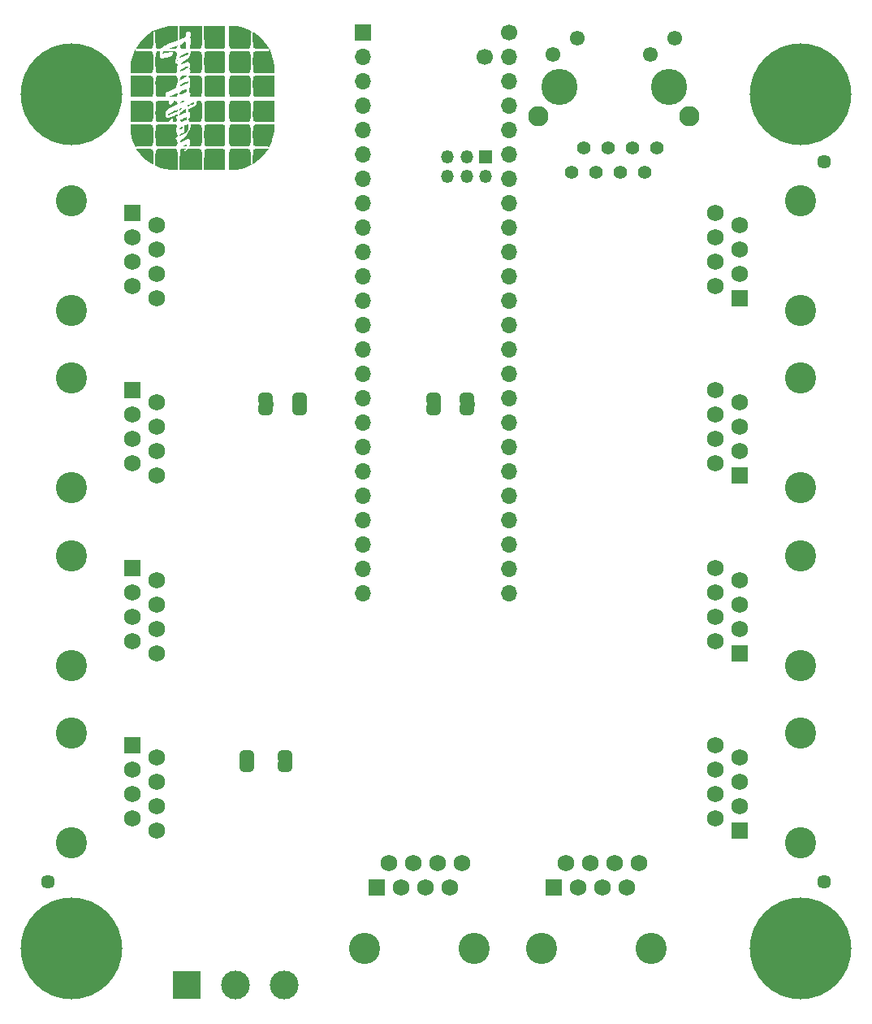
<source format=gbr>
%TF.GenerationSoftware,KiCad,Pcbnew,8.0.0*%
%TF.CreationDate,2024-03-24T17:19:01-07:00*%
%TF.ProjectId,Penta_OctoWS2811,50656e74-615f-44f6-9374-6f5753323831,rev?*%
%TF.SameCoordinates,Original*%
%TF.FileFunction,Soldermask,Bot*%
%TF.FilePolarity,Negative*%
%FSLAX46Y46*%
G04 Gerber Fmt 4.6, Leading zero omitted, Abs format (unit mm)*
G04 Created by KiCad (PCBNEW 8.0.0) date 2024-03-24 17:19:01*
%MOMM*%
%LPD*%
G01*
G04 APERTURE LIST*
G04 Aperture macros list*
%AMFreePoly0*
4,1,19,0.500000,-0.750000,0.000000,-0.750000,0.000000,-0.744911,-0.071157,-0.744911,-0.207708,-0.704816,-0.327430,-0.627875,-0.420627,-0.520320,-0.479746,-0.390866,-0.500000,-0.250000,-0.500000,0.250000,-0.479746,0.390866,-0.420627,0.520320,-0.327430,0.627875,-0.207708,0.704816,-0.071157,0.744911,0.000000,0.744911,0.000000,0.750000,0.500000,0.750000,0.500000,-0.750000,0.500000,-0.750000,
$1*%
%AMFreePoly1*
4,1,19,0.000000,0.744911,0.071157,0.744911,0.207708,0.704816,0.327430,0.627875,0.420627,0.520320,0.479746,0.390866,0.500000,0.250000,0.500000,-0.250000,0.479746,-0.390866,0.420627,-0.520320,0.327430,-0.627875,0.207708,-0.704816,0.071157,-0.744911,0.000000,-0.744911,0.000000,-0.750000,-0.500000,-0.750000,-0.500000,0.750000,0.000000,0.750000,0.000000,0.744911,0.000000,0.744911,
$1*%
G04 Aperture macros list end*
%ADD10C,0.100000*%
%ADD11C,0.000000*%
%ADD12C,3.250000*%
%ADD13R,1.750000X1.750000*%
%ADD14C,1.750000*%
%ADD15R,1.700000X1.700000*%
%ADD16O,1.700000X1.700000*%
%ADD17R,1.600000X1.600000*%
%ADD18C,1.600000*%
%ADD19R,1.300000X1.300000*%
%ADD20C,1.300000*%
%ADD21R,3.000000X3.000000*%
%ADD22C,3.000000*%
%ADD23C,10.600000*%
%ADD24C,1.700000*%
%ADD25C,3.759200*%
%ADD26C,1.397000*%
%ADD27C,1.549400*%
%ADD28C,2.108200*%
%ADD29C,1.448000*%
%ADD30R,1.350000X1.350000*%
%ADD31O,1.350000X1.350000*%
%ADD32FreePoly0,270.000000*%
%ADD33FreePoly1,270.000000*%
%ADD34FreePoly0,90.000000*%
%ADD35FreePoly1,90.000000*%
G04 APERTURE END LIST*
D10*
X147800000Y-75800000D02*
X149200000Y-75800000D01*
X149200000Y-76200000D01*
X147800000Y-76200000D01*
X147800000Y-75800000D01*
G36*
X147800000Y-75800000D02*
G01*
X149200000Y-75800000D01*
X149200000Y-76200000D01*
X147800000Y-76200000D01*
X147800000Y-75800000D01*
G37*
X128300000Y-113000000D02*
X129700000Y-113000000D01*
X129700000Y-113400000D01*
X128300000Y-113400000D01*
X128300000Y-113000000D01*
G36*
X128300000Y-113000000D02*
G01*
X129700000Y-113000000D01*
X129700000Y-113400000D01*
X128300000Y-113400000D01*
X128300000Y-113000000D01*
G37*
X151300000Y-75800000D02*
X152700000Y-75800000D01*
X152700000Y-76200000D01*
X151300000Y-76200000D01*
X151300000Y-75800000D01*
G36*
X151300000Y-75800000D02*
G01*
X152700000Y-75800000D01*
X152700000Y-76200000D01*
X151300000Y-76200000D01*
X151300000Y-75800000D01*
G37*
X133800000Y-75800000D02*
X135200000Y-75800000D01*
X135200000Y-76200000D01*
X133800000Y-76200000D01*
X133800000Y-75800000D01*
G36*
X133800000Y-75800000D02*
G01*
X135200000Y-75800000D01*
X135200000Y-76200000D01*
X133800000Y-76200000D01*
X133800000Y-75800000D01*
G37*
X130300000Y-75800000D02*
X131700000Y-75800000D01*
X131700000Y-76200000D01*
X130300000Y-76200000D01*
X130300000Y-75800000D01*
G36*
X130300000Y-75800000D02*
G01*
X131700000Y-75800000D01*
X131700000Y-76200000D01*
X130300000Y-76200000D01*
X130300000Y-75800000D01*
G37*
X132300000Y-113000000D02*
X133700000Y-113000000D01*
X133700000Y-113400000D01*
X132300000Y-113400000D01*
X132300000Y-113000000D01*
G36*
X132300000Y-113000000D02*
G01*
X133700000Y-113000000D01*
X133700000Y-113400000D01*
X132300000Y-113400000D01*
X132300000Y-113000000D01*
G37*
D11*
%TO.C,REF\u002A\u002A*%
G36*
X121794532Y-40171012D02*
G01*
X121809772Y-40232896D01*
X121801819Y-40275284D01*
X121772419Y-40286721D01*
X121757831Y-40273406D01*
X121735066Y-40209811D01*
X121738916Y-40186081D01*
X121772419Y-40155986D01*
X121794532Y-40171012D01*
G37*
G36*
X121769183Y-38785211D02*
G01*
X121732288Y-38874270D01*
X121689057Y-38928961D01*
X121621830Y-38955446D01*
X121483069Y-38980595D01*
X121304415Y-38993180D01*
X121105277Y-38991135D01*
X120867693Y-38979368D01*
X121334814Y-38825190D01*
X121801935Y-38671012D01*
X121769183Y-38785211D01*
G37*
G36*
X122612860Y-44414951D02*
G01*
X122422231Y-44503714D01*
X122330405Y-44545829D01*
X122201225Y-44600300D01*
X122121992Y-44623645D01*
X122082175Y-44618360D01*
X122071242Y-44586945D01*
X122081887Y-44543751D01*
X122150485Y-44476645D01*
X122269879Y-44431155D01*
X122425068Y-44414586D01*
X122612860Y-44414951D01*
G37*
G36*
X122771303Y-48994505D02*
G01*
X122780948Y-49062145D01*
X122780883Y-49074181D01*
X122774311Y-49121458D01*
X122744701Y-49146382D01*
X122674834Y-49155967D01*
X122547492Y-49157224D01*
X122314036Y-49156404D01*
X122467485Y-49086718D01*
X122504215Y-49070321D01*
X122616942Y-49022942D01*
X122700941Y-48991639D01*
X122729852Y-48983880D01*
X122771303Y-48994505D01*
G37*
G36*
X122277254Y-45164271D02*
G01*
X122244122Y-45214049D01*
X122177282Y-45294101D01*
X122110209Y-45358788D01*
X122064731Y-45385398D01*
X122063934Y-45385388D01*
X122034770Y-45356602D01*
X122034590Y-45293372D01*
X122057912Y-45226940D01*
X122099257Y-45188551D01*
X122141975Y-45175076D01*
X122236120Y-45140494D01*
X122242726Y-45137837D01*
X122287077Y-45128901D01*
X122277254Y-45164271D01*
G37*
G36*
X122322023Y-47127790D02*
G01*
X122332713Y-47198921D01*
X122330283Y-47231245D01*
X122294883Y-47296226D01*
X122203177Y-47348333D01*
X122113286Y-47384599D01*
X122057182Y-47395627D01*
X122036714Y-47367368D01*
X122033889Y-47294052D01*
X122036257Y-47252565D01*
X122067335Y-47187635D01*
X122151522Y-47144640D01*
X122157593Y-47142538D01*
X122246456Y-47114990D01*
X122300934Y-47103633D01*
X122322023Y-47127790D01*
G37*
G36*
X121808299Y-43618320D02*
G01*
X121800981Y-43690140D01*
X121778339Y-43782745D01*
X121746707Y-43870717D01*
X121712417Y-43928633D01*
X121676526Y-43951358D01*
X121593017Y-43972630D01*
X121457055Y-43986630D01*
X121257568Y-43994970D01*
X120857272Y-44005278D01*
X121315759Y-43798867D01*
X121358873Y-43779501D01*
X121524002Y-43706175D01*
X121660725Y-43646778D01*
X121755846Y-43606982D01*
X121796166Y-43592457D01*
X121808299Y-43618320D01*
G37*
G36*
X123523012Y-44584064D02*
G01*
X123528007Y-44651836D01*
X123527949Y-44656420D01*
X123515833Y-44704328D01*
X123473348Y-44747608D01*
X123387113Y-44796030D01*
X123243747Y-44859362D01*
X123214700Y-44871336D01*
X123039480Y-44932955D01*
X122901820Y-44962519D01*
X122811069Y-44958803D01*
X122776577Y-44920582D01*
X122793739Y-44904926D01*
X122864215Y-44863370D01*
X122973629Y-44805806D01*
X123105107Y-44740398D01*
X123241777Y-44675311D01*
X123366765Y-44618711D01*
X123463198Y-44578763D01*
X123514202Y-44563633D01*
X123523012Y-44584064D01*
G37*
G36*
X122661042Y-41764596D02*
G01*
X122747297Y-41776641D01*
X122780948Y-41795377D01*
X122774393Y-41824728D01*
X122713435Y-41902027D01*
X122599182Y-41984023D01*
X122444772Y-42060360D01*
X122358081Y-42098392D01*
X122229661Y-42162278D01*
X122136610Y-42217579D01*
X122033889Y-42290191D01*
X122034098Y-42203603D01*
X122034204Y-42197182D01*
X122046086Y-42097852D01*
X122071585Y-41982814D01*
X122096367Y-41912744D01*
X122151422Y-41847808D01*
X122253137Y-41805388D01*
X122298746Y-41793824D01*
X122442320Y-41771166D01*
X122589179Y-41762162D01*
X122661042Y-41764596D01*
G37*
G36*
X122661419Y-45280809D02*
G01*
X122668537Y-45288810D01*
X122701553Y-45376815D01*
X122698478Y-45486674D01*
X122659551Y-45580076D01*
X122649093Y-45590658D01*
X122577285Y-45639935D01*
X122462228Y-45703925D01*
X122323375Y-45771549D01*
X122033889Y-45903478D01*
X122033889Y-45777690D01*
X122033948Y-45769318D01*
X122051233Y-45673438D01*
X122104674Y-45629436D01*
X122161182Y-45594913D01*
X122250038Y-45519679D01*
X122348965Y-45421478D01*
X122358784Y-45411017D01*
X122467924Y-45303232D01*
X122546297Y-45249405D01*
X122606573Y-45243831D01*
X122661419Y-45280809D01*
G37*
G36*
X131222107Y-49475545D02*
G01*
X130972585Y-49829376D01*
X130604390Y-50250443D01*
X130190768Y-50629295D01*
X129747272Y-50950380D01*
X129635213Y-51021341D01*
X129646402Y-50379178D01*
X129650121Y-50222321D01*
X129658322Y-50009487D01*
X129669051Y-49823971D01*
X129681342Y-49681569D01*
X129694228Y-49598076D01*
X129706003Y-49559929D01*
X129736477Y-49502690D01*
X129786456Y-49459289D01*
X129865140Y-49427579D01*
X129981728Y-49405410D01*
X130145419Y-49390636D01*
X130365411Y-49381107D01*
X130650905Y-49374675D01*
X131293068Y-49363486D01*
X131222107Y-49475545D01*
G37*
G36*
X122957313Y-39421240D02*
G01*
X122958921Y-39489480D01*
X122902345Y-39565242D01*
X122868319Y-39588995D01*
X122772443Y-39641403D01*
X122642420Y-39703560D01*
X122495137Y-39768398D01*
X122347483Y-39828846D01*
X122216348Y-39877835D01*
X122118621Y-39908296D01*
X122071189Y-39913159D01*
X122049262Y-39883569D01*
X122034573Y-39808267D01*
X122042658Y-39773183D01*
X122077291Y-39733037D01*
X122149319Y-39686367D01*
X122269502Y-39626361D01*
X122448600Y-39546211D01*
X122612915Y-39477976D01*
X122755869Y-39424960D01*
X122861617Y-39392644D01*
X122914828Y-39386289D01*
X122957313Y-39421240D01*
G37*
G36*
X122773008Y-46155686D02*
G01*
X122780376Y-46230508D01*
X122772777Y-46313168D01*
X122752362Y-46377024D01*
X122742082Y-46387485D01*
X122672445Y-46429970D01*
X122564233Y-46480684D01*
X122442201Y-46529477D01*
X122331103Y-46566196D01*
X122255694Y-46580692D01*
X122249190Y-46580441D01*
X122171522Y-46551328D01*
X122101610Y-46492128D01*
X122071242Y-46428984D01*
X122073599Y-46423053D01*
X122120659Y-46386480D01*
X122214012Y-46334294D01*
X122335052Y-46275228D01*
X122465172Y-46218016D01*
X122585766Y-46171390D01*
X122678228Y-46144084D01*
X122734563Y-46135840D01*
X122773008Y-46155686D01*
G37*
G36*
X122920879Y-42405762D02*
G01*
X122925359Y-42472859D01*
X122883669Y-42537145D01*
X122862378Y-42550005D01*
X122781431Y-42591208D01*
X122658417Y-42650164D01*
X122509932Y-42719198D01*
X122352570Y-42790632D01*
X122202929Y-42856791D01*
X122077604Y-42909998D01*
X122071314Y-42912262D01*
X122041092Y-42898721D01*
X122040251Y-42823976D01*
X122043045Y-42804970D01*
X122059191Y-42760415D01*
X122097217Y-42719683D01*
X122168963Y-42674805D01*
X122286266Y-42617808D01*
X122460967Y-42540724D01*
X122620837Y-42473990D01*
X122757773Y-42421572D01*
X122855618Y-42389409D01*
X122899864Y-42382724D01*
X122920879Y-42405762D01*
G37*
G36*
X122917260Y-40854499D02*
G01*
X122924417Y-40910651D01*
X122871812Y-40979841D01*
X122830354Y-41006002D01*
X122737045Y-41055064D01*
X122611868Y-41116212D01*
X122471297Y-41181915D01*
X122331806Y-41244645D01*
X122209869Y-41296870D01*
X122121959Y-41331061D01*
X122084552Y-41339687D01*
X122074990Y-41313067D01*
X122062709Y-41240735D01*
X122063857Y-41203669D01*
X122086741Y-41164495D01*
X122143893Y-41121892D01*
X122246918Y-41067521D01*
X122407419Y-40993044D01*
X122513373Y-40946671D01*
X122660689Y-40887368D01*
X122777894Y-40846329D01*
X122846316Y-40830473D01*
X122853594Y-40830444D01*
X122917260Y-40854499D01*
G37*
G36*
X122738502Y-43182578D02*
G01*
X122774420Y-43222455D01*
X122775102Y-43307080D01*
X122739687Y-43418029D01*
X122696481Y-43472676D01*
X122582436Y-43551685D01*
X122398931Y-43643278D01*
X122339118Y-43669487D01*
X122209921Y-43721012D01*
X122113289Y-43752423D01*
X122066662Y-43757714D01*
X122063319Y-43754970D01*
X122042428Y-43699941D01*
X122033889Y-43607218D01*
X122033936Y-43593499D01*
X122038700Y-43535516D01*
X122060402Y-43491176D01*
X122111838Y-43449404D01*
X122205808Y-43399129D01*
X122355109Y-43329276D01*
X122432547Y-43294352D01*
X122568720Y-43236435D01*
X122673407Y-43196474D01*
X122728638Y-43181574D01*
X122738502Y-43182578D01*
G37*
G36*
X121801121Y-45366432D02*
G01*
X121809074Y-45432089D01*
X121808652Y-45440684D01*
X121794693Y-45479101D01*
X121753248Y-45518934D01*
X121673828Y-45566714D01*
X121545943Y-45628971D01*
X121359102Y-45712236D01*
X121330434Y-45724702D01*
X121160820Y-45796472D01*
X121015351Y-45854811D01*
X120908698Y-45894004D01*
X120855535Y-45908339D01*
X120810630Y-45884751D01*
X120806470Y-45828143D01*
X120847934Y-45768231D01*
X120864248Y-45758114D01*
X120939416Y-45719825D01*
X121057728Y-45663669D01*
X121203355Y-45596729D01*
X121360470Y-45526082D01*
X121513246Y-45458811D01*
X121645855Y-45401994D01*
X121742470Y-45362712D01*
X121787263Y-45348045D01*
X121801121Y-45366432D01*
G37*
G36*
X122659358Y-38413513D02*
G01*
X122673843Y-38487303D01*
X122692142Y-38575727D01*
X122701335Y-38613339D01*
X122700224Y-38629868D01*
X122687769Y-38701633D01*
X122665794Y-38809441D01*
X122646272Y-38894061D01*
X122618878Y-38964245D01*
X122577703Y-38992624D01*
X122507044Y-38997836D01*
X122500063Y-38997762D01*
X122377877Y-38985631D01*
X122250045Y-38959108D01*
X122179514Y-38934854D01*
X122112897Y-38881062D01*
X122072826Y-38781889D01*
X122072398Y-38780348D01*
X122044090Y-38670699D01*
X122043167Y-38609342D01*
X122077582Y-38572670D01*
X122155286Y-38537074D01*
X122212117Y-38508951D01*
X122329927Y-38437745D01*
X122449485Y-38353585D01*
X122622287Y-38221186D01*
X122659358Y-38413513D01*
G37*
G36*
X122881712Y-46880243D02*
G01*
X122913480Y-46892181D01*
X122928456Y-46931248D01*
X122930276Y-47013225D01*
X122922576Y-47153895D01*
X122897495Y-47372818D01*
X122844806Y-47545018D01*
X122753382Y-47677659D01*
X122611496Y-47787533D01*
X122407419Y-47891430D01*
X122284689Y-47945921D01*
X122162662Y-47998040D01*
X122088470Y-48023996D01*
X122050213Y-48026290D01*
X122035987Y-48007420D01*
X122033889Y-47969888D01*
X122037235Y-47951842D01*
X122096573Y-47885946D01*
X122229992Y-47811138D01*
X122318234Y-47765899D01*
X122419408Y-47688993D01*
X122480486Y-47590737D01*
X122510611Y-47453707D01*
X122518927Y-47260477D01*
X122519478Y-46987762D01*
X122649013Y-46933639D01*
X122661034Y-46928754D01*
X122770530Y-46893821D01*
X122859367Y-46879515D01*
X122881712Y-46880243D01*
G37*
G36*
X125786252Y-49388972D02*
G01*
X125872294Y-49390236D01*
X126141743Y-49395283D01*
X126347814Y-49402485D01*
X126499399Y-49413784D01*
X126605388Y-49431121D01*
X126674673Y-49456437D01*
X126716147Y-49491673D01*
X126738699Y-49538772D01*
X126751222Y-49599675D01*
X126754845Y-49647614D01*
X126759204Y-49764698D01*
X126763332Y-49935896D01*
X126767008Y-50149940D01*
X126770010Y-50395565D01*
X126772116Y-50661501D01*
X126777713Y-51623339D01*
X125675801Y-51623339D01*
X124573889Y-51623339D01*
X124574098Y-50680177D01*
X124574701Y-50510577D01*
X124578029Y-50245450D01*
X124583914Y-50010496D01*
X124591957Y-49816846D01*
X124601758Y-49675632D01*
X124612918Y-49597986D01*
X124621977Y-49568775D01*
X124650622Y-49510181D01*
X124696164Y-49464845D01*
X124766854Y-49431299D01*
X124870940Y-49408073D01*
X125016673Y-49393697D01*
X125212302Y-49386701D01*
X125466079Y-49385616D01*
X125786252Y-49388972D01*
G37*
G36*
X131895066Y-42864074D02*
G01*
X131895066Y-43965986D01*
X130835081Y-43965986D01*
X130805486Y-43965984D01*
X130498736Y-43965509D01*
X130257650Y-43963892D01*
X130073902Y-43960668D01*
X129939166Y-43955377D01*
X129845117Y-43947556D01*
X129783429Y-43936743D01*
X129745775Y-43922474D01*
X129723831Y-43904289D01*
X129723080Y-43903321D01*
X129705759Y-43843202D01*
X129690591Y-43721791D01*
X129677808Y-43551953D01*
X129667642Y-43346551D01*
X129660326Y-43118449D01*
X129656092Y-42880511D01*
X129655173Y-42645600D01*
X129657801Y-42426581D01*
X129664210Y-42236317D01*
X129674630Y-42087672D01*
X129689296Y-41993509D01*
X129723485Y-41895432D01*
X129775982Y-41837299D01*
X129869713Y-41801191D01*
X129908250Y-41794328D01*
X130025519Y-41783939D01*
X130199651Y-41775149D01*
X130419514Y-41768358D01*
X130673975Y-41763966D01*
X130951904Y-41762371D01*
X131895066Y-41762162D01*
X131895066Y-42864074D01*
G37*
G36*
X118144440Y-44414313D02*
G01*
X118447360Y-44415523D01*
X118687045Y-44419096D01*
X118871225Y-44426228D01*
X119007627Y-44438114D01*
X119103979Y-44455947D01*
X119168010Y-44480923D01*
X119207447Y-44514236D01*
X119230019Y-44557081D01*
X119243454Y-44610653D01*
X119247297Y-44637464D01*
X119255025Y-44748030D01*
X119260405Y-44910849D01*
X119263536Y-45111814D01*
X119264518Y-45336823D01*
X119263450Y-45571768D01*
X119260431Y-45802547D01*
X119255560Y-46015053D01*
X119248938Y-46195182D01*
X119240663Y-46328829D01*
X119230835Y-46401889D01*
X119224169Y-46424250D01*
X119200910Y-46478113D01*
X119164575Y-46520977D01*
X119107461Y-46554091D01*
X119021864Y-46578700D01*
X118900083Y-46596053D01*
X118734413Y-46607396D01*
X118517154Y-46613976D01*
X118240600Y-46617040D01*
X117897051Y-46617836D01*
X116879184Y-46618045D01*
X116879184Y-45516133D01*
X116879184Y-44414221D01*
X117972784Y-44414221D01*
X118144440Y-44414313D01*
G37*
G36*
X131895066Y-45516133D02*
G01*
X131895066Y-46618045D01*
X130951904Y-46617836D01*
X130782304Y-46617233D01*
X130517177Y-46613905D01*
X130282223Y-46608020D01*
X130088573Y-46599977D01*
X129947359Y-46590176D01*
X129869713Y-46579016D01*
X129831870Y-46566838D01*
X129775516Y-46536827D01*
X129731971Y-46489167D01*
X129699816Y-46415716D01*
X129677632Y-46308331D01*
X129664001Y-46158868D01*
X129657503Y-45959184D01*
X129656722Y-45701136D01*
X129660236Y-45376580D01*
X129663181Y-45182786D01*
X129667651Y-44952166D01*
X129673046Y-44780255D01*
X129680257Y-44657506D01*
X129690174Y-44574373D01*
X129703689Y-44521308D01*
X129721692Y-44488764D01*
X129745073Y-44467195D01*
X129746911Y-44465898D01*
X129784087Y-44449927D01*
X129848523Y-44437446D01*
X129948127Y-44428080D01*
X130090802Y-44421452D01*
X130284456Y-44417183D01*
X130536995Y-44414899D01*
X130856323Y-44414221D01*
X131895066Y-44414221D01*
X131895066Y-45516133D01*
G37*
G36*
X126777713Y-37705230D02*
G01*
X126777585Y-37939452D01*
X126776725Y-38207975D01*
X126774602Y-38416563D01*
X126770699Y-38573819D01*
X126764498Y-38688344D01*
X126755482Y-38768741D01*
X126743133Y-38823613D01*
X126726934Y-38861560D01*
X126706367Y-38891186D01*
X126703241Y-38895039D01*
X126678289Y-38922651D01*
X126647800Y-38943639D01*
X126601891Y-38959089D01*
X126530684Y-38970085D01*
X126424297Y-38977713D01*
X126272852Y-38983057D01*
X126066467Y-38987203D01*
X125795263Y-38991235D01*
X125634269Y-38993274D01*
X125345223Y-38994743D01*
X125118719Y-38991159D01*
X124946541Y-38981071D01*
X124820469Y-38963026D01*
X124732289Y-38935571D01*
X124673781Y-38897254D01*
X124636730Y-38846621D01*
X124612918Y-38782221D01*
X124604549Y-38730681D01*
X124594534Y-38603872D01*
X124586145Y-38419905D01*
X124579718Y-38188807D01*
X124575590Y-37920604D01*
X124574098Y-37625324D01*
X124573889Y-36607457D01*
X125675801Y-36607457D01*
X126777713Y-36607457D01*
X126777713Y-37705230D01*
G37*
G36*
X117897051Y-41762371D02*
G01*
X117942659Y-41762390D01*
X118278697Y-41763531D01*
X118548620Y-41767225D01*
X118760080Y-41774607D01*
X118920728Y-41786811D01*
X119038217Y-41804970D01*
X119120197Y-41830218D01*
X119174321Y-41863690D01*
X119208242Y-41906519D01*
X119229609Y-41959839D01*
X119235598Y-41993147D01*
X119244543Y-42102095D01*
X119251630Y-42266429D01*
X119256512Y-42473988D01*
X119258845Y-42712616D01*
X119258284Y-42970152D01*
X119257250Y-43096554D01*
X119254786Y-43348165D01*
X119251550Y-43538633D01*
X119246595Y-43677504D01*
X119238975Y-43774323D01*
X119227743Y-43838635D01*
X119211953Y-43879987D01*
X119190659Y-43907924D01*
X119162913Y-43931991D01*
X119142138Y-43947206D01*
X119107419Y-43964588D01*
X119058210Y-43977974D01*
X118985910Y-43987881D01*
X118881916Y-43994826D01*
X118737626Y-43999327D01*
X118544437Y-44001901D01*
X118293749Y-44003066D01*
X117976957Y-44003339D01*
X116879184Y-44003339D01*
X116879184Y-42882751D01*
X116879184Y-41762162D01*
X117897051Y-41762371D01*
G37*
G36*
X117897051Y-46842371D02*
G01*
X117943837Y-46842391D01*
X118279738Y-46843537D01*
X118549529Y-46847239D01*
X118760846Y-46854629D01*
X118921325Y-46866839D01*
X119038602Y-46885003D01*
X119120311Y-46910252D01*
X119174088Y-46943720D01*
X119207569Y-46986538D01*
X119228390Y-47039839D01*
X119236131Y-47081235D01*
X119246983Y-47201413D01*
X119255355Y-47373717D01*
X119261227Y-47584091D01*
X119264582Y-47818479D01*
X119265402Y-48062822D01*
X119263667Y-48303065D01*
X119259362Y-48525150D01*
X119252467Y-48715021D01*
X119242963Y-48858619D01*
X119230835Y-48941889D01*
X119217912Y-48981374D01*
X119184845Y-49039922D01*
X119131448Y-49084077D01*
X119048665Y-49115824D01*
X118927442Y-49137146D01*
X118758721Y-49150028D01*
X118533448Y-49156455D01*
X118242566Y-49158408D01*
X118045971Y-49159816D01*
X117849385Y-49163854D01*
X117689204Y-49170006D01*
X117578195Y-49177767D01*
X117529123Y-49186631D01*
X117510938Y-49202557D01*
X117469936Y-49270104D01*
X117465744Y-49276002D01*
X117435571Y-49253586D01*
X117384974Y-49173886D01*
X117320031Y-49045986D01*
X117171715Y-48694698D01*
X117011664Y-48184474D01*
X116912920Y-47672152D01*
X116879184Y-47173446D01*
X116879184Y-46842162D01*
X117897051Y-46842371D01*
G37*
G36*
X120941302Y-41765548D02*
G01*
X121166211Y-41770293D01*
X121359604Y-41777834D01*
X121507104Y-41788169D01*
X121594332Y-41801297D01*
X121648457Y-41818917D01*
X121726094Y-41870529D01*
X121768390Y-41959839D01*
X121787802Y-42051082D01*
X121802827Y-42204676D01*
X121803791Y-42364317D01*
X121790869Y-42503501D01*
X121764233Y-42595721D01*
X121746740Y-42638082D01*
X121718473Y-42749428D01*
X121698866Y-42880589D01*
X121679036Y-43083869D01*
X121118742Y-43335912D01*
X120558448Y-43587955D01*
X120547246Y-43795647D01*
X120536044Y-44003339D01*
X120112487Y-44003339D01*
X120017346Y-44003675D01*
X119859073Y-44003228D01*
X119737820Y-43994388D01*
X119648530Y-43968876D01*
X119586145Y-43918414D01*
X119545605Y-43834721D01*
X119521853Y-43709519D01*
X119509830Y-43534528D01*
X119504478Y-43301470D01*
X119500739Y-43002064D01*
X119498390Y-42806856D01*
X119497303Y-42521861D01*
X119501238Y-42298679D01*
X119511612Y-42129158D01*
X119529843Y-42005148D01*
X119557351Y-41918497D01*
X119595553Y-41861054D01*
X119645867Y-41824669D01*
X119709713Y-41801191D01*
X119735175Y-41795819D01*
X119847245Y-41783777D01*
X120014065Y-41774534D01*
X120221259Y-41768091D01*
X120454448Y-41764446D01*
X120699255Y-41763599D01*
X120941302Y-41765548D01*
G37*
G36*
X131895066Y-47192889D02*
G01*
X131883810Y-47472867D01*
X131813931Y-47967396D01*
X131682836Y-48467015D01*
X131628439Y-48624208D01*
X131561177Y-48798385D01*
X131491756Y-48961768D01*
X131425767Y-49102495D01*
X131368803Y-49208702D01*
X131326454Y-49268526D01*
X131304313Y-49270104D01*
X131294243Y-49244587D01*
X131268101Y-49211407D01*
X131220848Y-49188040D01*
X131141768Y-49172772D01*
X131020142Y-49163888D01*
X130845255Y-49159672D01*
X130606389Y-49158408D01*
X130568829Y-49158335D01*
X130298682Y-49155465D01*
X130092597Y-49146971D01*
X129941136Y-49130619D01*
X129834865Y-49104171D01*
X129764347Y-49065391D01*
X129720146Y-49012042D01*
X129692826Y-48941889D01*
X129687426Y-48916217D01*
X129675436Y-48804124D01*
X129666230Y-48637325D01*
X129659808Y-48430193D01*
X129656171Y-48197102D01*
X129655319Y-47952426D01*
X129657251Y-47710536D01*
X129661968Y-47485807D01*
X129669470Y-47292612D01*
X129679756Y-47145325D01*
X129692826Y-47058318D01*
X129713906Y-46999130D01*
X129746308Y-46951328D01*
X129797772Y-46914312D01*
X129876244Y-46886718D01*
X129989672Y-46867183D01*
X130146004Y-46854344D01*
X130353188Y-46846838D01*
X130619172Y-46843301D01*
X130951904Y-46842371D01*
X131895066Y-46842162D01*
X131895066Y-47192889D01*
G37*
G36*
X123620659Y-49383495D02*
G01*
X123851693Y-49390034D01*
X124023723Y-49404257D01*
X124146079Y-49428256D01*
X124228090Y-49464125D01*
X124279084Y-49513955D01*
X124308390Y-49579839D01*
X124316240Y-49631214D01*
X124325251Y-49752912D01*
X124333178Y-49928349D01*
X124339617Y-50145965D01*
X124344161Y-50394202D01*
X124346403Y-50661501D01*
X124349772Y-51623339D01*
X123191831Y-51623339D01*
X122033889Y-51623339D01*
X122034098Y-50680177D01*
X122035005Y-50350871D01*
X122038504Y-50084166D01*
X122045957Y-49876352D01*
X122058727Y-49719481D01*
X122078178Y-49605605D01*
X122105671Y-49526777D01*
X122142572Y-49475049D01*
X122190242Y-49442472D01*
X122250045Y-49421099D01*
X122268619Y-49416149D01*
X122396561Y-49391796D01*
X122513399Y-49383634D01*
X122598576Y-49391893D01*
X122631536Y-49416804D01*
X122631514Y-49417593D01*
X122603529Y-49463554D01*
X122538532Y-49524603D01*
X122490447Y-49565733D01*
X122470524Y-49605914D01*
X122501880Y-49644528D01*
X122522929Y-49657505D01*
X122589860Y-49653931D01*
X122677353Y-49591486D01*
X122791853Y-49466207D01*
X122804893Y-49450961D01*
X122836475Y-49423067D01*
X122880311Y-49403953D01*
X122948891Y-49391972D01*
X123054706Y-49385479D01*
X123210245Y-49382827D01*
X123427998Y-49382371D01*
X123620659Y-49383495D01*
G37*
G36*
X124349563Y-37625324D02*
G01*
X124349459Y-37757411D01*
X124347989Y-38075914D01*
X124343800Y-38330199D01*
X124335647Y-38527969D01*
X124322281Y-38676925D01*
X124302455Y-38784771D01*
X124274923Y-38859209D01*
X124238438Y-38907943D01*
X124191751Y-38938675D01*
X124133616Y-38959108D01*
X124062220Y-38972926D01*
X123926891Y-38986498D01*
X123761281Y-38994682D01*
X123582858Y-38997526D01*
X123409092Y-38995073D01*
X123257450Y-38987370D01*
X123145402Y-38974462D01*
X123090415Y-38956394D01*
X123077979Y-38939198D01*
X123072026Y-38873239D01*
X123103133Y-38760650D01*
X123113061Y-38731235D01*
X123169329Y-38477045D01*
X123183771Y-38211426D01*
X123154130Y-37969391D01*
X123139490Y-37905323D01*
X123124346Y-37799540D01*
X123134348Y-37715848D01*
X123171144Y-37620444D01*
X123215246Y-37458388D01*
X123193538Y-37303202D01*
X123102267Y-37171338D01*
X123016578Y-37090837D01*
X122852072Y-37184030D01*
X122825825Y-37198970D01*
X122746276Y-37250100D01*
X122702782Y-37302515D01*
X122681576Y-37380626D01*
X122668889Y-37508847D01*
X122650213Y-37740471D01*
X122426095Y-37861213D01*
X122308574Y-37922036D01*
X122193701Y-37976590D01*
X122117934Y-38006929D01*
X122033889Y-38031903D01*
X122033889Y-37319680D01*
X122033889Y-36607457D01*
X123191831Y-36607457D01*
X124349772Y-36607457D01*
X124349563Y-37625324D01*
G37*
G36*
X127530885Y-36607606D02*
G01*
X127959196Y-36640605D01*
X128412421Y-36728125D01*
X128871584Y-36865561D01*
X129317713Y-37048304D01*
X129361044Y-37069149D01*
X129475288Y-37130384D01*
X129538578Y-37175429D01*
X129541831Y-37198209D01*
X129516796Y-37209068D01*
X129458358Y-37257396D01*
X129450373Y-37298259D01*
X129442474Y-37403421D01*
X129436131Y-37559083D01*
X129431850Y-37752477D01*
X129430135Y-37970839D01*
X129428497Y-38156854D01*
X129423015Y-38371827D01*
X129414401Y-38557887D01*
X129403397Y-38699773D01*
X129390743Y-38782221D01*
X129378335Y-38820699D01*
X129348425Y-38876585D01*
X129300917Y-38919755D01*
X129227660Y-38951629D01*
X129120505Y-38973625D01*
X128971299Y-38987161D01*
X128771892Y-38993656D01*
X128514132Y-38994528D01*
X128189870Y-38991195D01*
X128122191Y-38990259D01*
X127863015Y-38986360D01*
X127666601Y-38982134D01*
X127523195Y-38976532D01*
X127423045Y-38968507D01*
X127356397Y-38957008D01*
X127313499Y-38940988D01*
X127284599Y-38919397D01*
X127259942Y-38891186D01*
X127244729Y-38870414D01*
X127227346Y-38835694D01*
X127213960Y-38786485D01*
X127204054Y-38714185D01*
X127197109Y-38610190D01*
X127192608Y-38465900D01*
X127190034Y-38272711D01*
X127188869Y-38022022D01*
X127188595Y-37705230D01*
X127188595Y-36607457D01*
X127501969Y-36607457D01*
X127530885Y-36607606D01*
G37*
G36*
X128567872Y-49385473D02*
G01*
X128790082Y-49390308D01*
X128981415Y-49397869D01*
X129127412Y-49408139D01*
X129213616Y-49421099D01*
X129216977Y-49422045D01*
X129286941Y-49450256D01*
X129339913Y-49496098D01*
X129378169Y-49569070D01*
X129403986Y-49678673D01*
X129419639Y-49834407D01*
X129427406Y-50045773D01*
X129429563Y-50322269D01*
X129430010Y-50488459D01*
X129432887Y-50692882D01*
X129439704Y-50838465D01*
X129451914Y-50934873D01*
X129470974Y-50991771D01*
X129498339Y-51018822D01*
X129535462Y-51025692D01*
X129551188Y-51026734D01*
X129563456Y-51045167D01*
X129517444Y-51083187D01*
X129422453Y-51136306D01*
X129287780Y-51200040D01*
X129122726Y-51269901D01*
X128936590Y-51341404D01*
X128738670Y-51410062D01*
X128733922Y-51411615D01*
X128313818Y-51526168D01*
X127894264Y-51598279D01*
X127501969Y-51623339D01*
X127188595Y-51623339D01*
X127189167Y-50586795D01*
X127189190Y-50561697D01*
X127190569Y-50290865D01*
X127193817Y-50044338D01*
X127198650Y-49832196D01*
X127204783Y-49664518D01*
X127211931Y-49551385D01*
X127219808Y-49502877D01*
X127223032Y-49498465D01*
X127283399Y-49456135D01*
X127377740Y-49418833D01*
X127395803Y-49414720D01*
X127499670Y-49402821D01*
X127659404Y-49393756D01*
X127860550Y-49387506D01*
X128088648Y-49384055D01*
X128329241Y-49383383D01*
X128567872Y-49385473D01*
G37*
G36*
X124158265Y-44441555D02*
G01*
X124268494Y-44507102D01*
X124323290Y-44609404D01*
X124327116Y-44636100D01*
X124334890Y-44746835D01*
X124340313Y-44909812D01*
X124343483Y-45110927D01*
X124344499Y-45336077D01*
X124343458Y-45571157D01*
X124340459Y-45802064D01*
X124335599Y-46014695D01*
X124328976Y-46194945D01*
X124320689Y-46328711D01*
X124310835Y-46401889D01*
X124309642Y-46406109D01*
X124276349Y-46483169D01*
X124220430Y-46539526D01*
X124131512Y-46578176D01*
X123999223Y-46602115D01*
X123813192Y-46614336D01*
X123563046Y-46617836D01*
X123131174Y-46618045D01*
X123047286Y-46504580D01*
X122963397Y-46391115D01*
X123035252Y-46196418D01*
X123076648Y-46079571D01*
X123124394Y-45913754D01*
X123138649Y-45793130D01*
X123120243Y-45704260D01*
X123070005Y-45633705D01*
X123066604Y-45630321D01*
X122995261Y-45565993D01*
X122944353Y-45530989D01*
X122935790Y-45522989D01*
X122920617Y-45460817D01*
X122921963Y-45361796D01*
X122932607Y-45286140D01*
X122956986Y-45229280D01*
X122999230Y-45222118D01*
X123011736Y-45222725D01*
X123088394Y-45204077D01*
X123204846Y-45159504D01*
X123341242Y-45096308D01*
X123342535Y-45095660D01*
X123527195Y-44988100D01*
X123652964Y-44873218D01*
X123734741Y-44732714D01*
X123787424Y-44548288D01*
X123791770Y-44528043D01*
X123816929Y-44464229D01*
X123868766Y-44434166D01*
X123971294Y-44421263D01*
X124005690Y-44419760D01*
X124158265Y-44441555D01*
G37*
G36*
X128576160Y-46843600D02*
G01*
X128825874Y-46848504D01*
X129017004Y-46858597D01*
X129157965Y-46875390D01*
X129257169Y-46900398D01*
X129323032Y-46935134D01*
X129363968Y-46981110D01*
X129388390Y-47039839D01*
X129396131Y-47081235D01*
X129406983Y-47201413D01*
X129415355Y-47373717D01*
X129421227Y-47584091D01*
X129424582Y-47818479D01*
X129425402Y-48062822D01*
X129423667Y-48303065D01*
X129419362Y-48525150D01*
X129412467Y-48715021D01*
X129402963Y-48858619D01*
X129390835Y-48941889D01*
X129387516Y-48953374D01*
X129362178Y-49014910D01*
X129321985Y-49062812D01*
X129258391Y-49098759D01*
X129162849Y-49124425D01*
X129026811Y-49141490D01*
X128841731Y-49151628D01*
X128599064Y-49156518D01*
X128290260Y-49157836D01*
X128108428Y-49157301D01*
X127828164Y-49152926D01*
X127610838Y-49143436D01*
X127448895Y-49127983D01*
X127334779Y-49105714D01*
X127260936Y-49075780D01*
X127219808Y-49037330D01*
X127216844Y-49028817D01*
X127208554Y-48957201D01*
X127201816Y-48826882D01*
X127196630Y-48649986D01*
X127192997Y-48438641D01*
X127190916Y-48204972D01*
X127190387Y-47961107D01*
X127191410Y-47719171D01*
X127193985Y-47491293D01*
X127198112Y-47289597D01*
X127203792Y-47126212D01*
X127211024Y-47013263D01*
X127219808Y-46962877D01*
X127238608Y-46940826D01*
X127296618Y-46907120D01*
X127391461Y-46881467D01*
X127530691Y-46863016D01*
X127721864Y-46850917D01*
X127972536Y-46844319D01*
X128290260Y-46842371D01*
X128576160Y-46843600D01*
G37*
G36*
X123580100Y-46842371D02*
G01*
X123752129Y-46844143D01*
X123959403Y-46854543D01*
X124108745Y-46876623D01*
X124210076Y-46913072D01*
X124273317Y-46966581D01*
X124308390Y-47039839D01*
X124316131Y-47081235D01*
X124326983Y-47201413D01*
X124335355Y-47373717D01*
X124341227Y-47584091D01*
X124344582Y-47818479D01*
X124345402Y-48062822D01*
X124343667Y-48303065D01*
X124339362Y-48525150D01*
X124332467Y-48715021D01*
X124322963Y-48858619D01*
X124310835Y-48941889D01*
X124297623Y-48981705D01*
X124258940Y-49046443D01*
X124195599Y-49093500D01*
X124097617Y-49125523D01*
X123955011Y-49145156D01*
X123757799Y-49155045D01*
X123495996Y-49157836D01*
X123321779Y-49157446D01*
X123175200Y-49154901D01*
X123083173Y-49148664D01*
X123034769Y-49137222D01*
X123019063Y-49119064D01*
X123025126Y-49092677D01*
X123038855Y-49055704D01*
X123070813Y-48954695D01*
X123105876Y-48831226D01*
X123110572Y-48813550D01*
X123136426Y-48692634D01*
X123135972Y-48608712D01*
X123109574Y-48532403D01*
X123062183Y-48464230D01*
X122982229Y-48423400D01*
X122867757Y-48425238D01*
X122710095Y-48470116D01*
X122500571Y-48558404D01*
X122479255Y-48568218D01*
X122293120Y-48649498D01*
X122163669Y-48695000D01*
X122083423Y-48705859D01*
X122044902Y-48683209D01*
X122040630Y-48628186D01*
X122049202Y-48602036D01*
X122120302Y-48520485D01*
X122258007Y-48426162D01*
X122340774Y-48373669D01*
X122579824Y-48175113D01*
X122790303Y-47931324D01*
X122961374Y-47658662D01*
X123082198Y-47373482D01*
X123141937Y-47092143D01*
X123165280Y-46842162D01*
X123580100Y-46842371D01*
G37*
G36*
X123574698Y-39222371D02*
G01*
X123756614Y-39224322D01*
X123962329Y-39234919D01*
X124110457Y-39257103D01*
X124210905Y-39293540D01*
X124273581Y-39346897D01*
X124308390Y-39419839D01*
X124316131Y-39461235D01*
X124326983Y-39581413D01*
X124335355Y-39753717D01*
X124341227Y-39964091D01*
X124344582Y-40198479D01*
X124345402Y-40442822D01*
X124343667Y-40683065D01*
X124339362Y-40905150D01*
X124332467Y-41095021D01*
X124322963Y-41238619D01*
X124310835Y-41321889D01*
X124305784Y-41338809D01*
X124270750Y-41411493D01*
X124212426Y-41464538D01*
X124120567Y-41500819D01*
X123984927Y-41523213D01*
X123795258Y-41534593D01*
X123541316Y-41537836D01*
X123087713Y-41538045D01*
X123123542Y-41379295D01*
X123124496Y-41375047D01*
X123141949Y-41271715D01*
X123131355Y-41210933D01*
X123088165Y-41165157D01*
X123056989Y-41139301D01*
X123036112Y-41103229D01*
X123046287Y-41048514D01*
X123087428Y-40950466D01*
X123134598Y-40776201D01*
X123120894Y-40599039D01*
X123042777Y-40445976D01*
X123035786Y-40437765D01*
X122950788Y-40382665D01*
X122829396Y-40372372D01*
X122664221Y-40407411D01*
X122447873Y-40488307D01*
X122346846Y-40530019D01*
X122248657Y-40564448D01*
X122202042Y-40568816D01*
X122197965Y-40545180D01*
X122207482Y-40515317D01*
X122220654Y-40431516D01*
X122250628Y-40390680D01*
X122334023Y-40332945D01*
X122454110Y-40270892D01*
X122462652Y-40266996D01*
X122726351Y-40127989D01*
X122921409Y-39980795D01*
X123053717Y-39818231D01*
X123129169Y-39633115D01*
X123153657Y-39418265D01*
X123154478Y-39222162D01*
X123574698Y-39222371D01*
G37*
G36*
X125786252Y-46848972D02*
G01*
X125873283Y-46850250D01*
X126142271Y-46855284D01*
X126347956Y-46862467D01*
X126499266Y-46873745D01*
X126605127Y-46891063D01*
X126674466Y-46916369D01*
X126716210Y-46951609D01*
X126739286Y-46998729D01*
X126752620Y-47059675D01*
X126755839Y-47098070D01*
X126759681Y-47208216D01*
X126762565Y-47373332D01*
X126764363Y-47581855D01*
X126764943Y-47822223D01*
X126764175Y-48082873D01*
X126762855Y-48286719D01*
X126760258Y-48530510D01*
X126756287Y-48715085D01*
X126750273Y-48849674D01*
X126741547Y-48943505D01*
X126729440Y-49005804D01*
X126713284Y-49045802D01*
X126692408Y-49072726D01*
X126687948Y-49077011D01*
X126657301Y-49098012D01*
X126610369Y-49114134D01*
X126537415Y-49126226D01*
X126428702Y-49135134D01*
X126274493Y-49141706D01*
X126065052Y-49146791D01*
X125790642Y-49151235D01*
X125638133Y-49153189D01*
X125348084Y-49154752D01*
X125120760Y-49151256D01*
X124947926Y-49141240D01*
X124821348Y-49123243D01*
X124732792Y-49095804D01*
X124674025Y-49057462D01*
X124636811Y-49006754D01*
X124612918Y-48942221D01*
X124607536Y-48916686D01*
X124595508Y-48804607D01*
X124586273Y-48637793D01*
X124579830Y-48430619D01*
X124576180Y-48197463D01*
X124575321Y-47952701D01*
X124577256Y-47710710D01*
X124581983Y-47485867D01*
X124589502Y-47292547D01*
X124599814Y-47145128D01*
X124612918Y-47057986D01*
X124621977Y-47028775D01*
X124650622Y-46970181D01*
X124696164Y-46924845D01*
X124766854Y-46891299D01*
X124870940Y-46868073D01*
X125016673Y-46853697D01*
X125212302Y-46846701D01*
X125466079Y-46845616D01*
X125786252Y-46848972D01*
G37*
G36*
X128600919Y-44414695D02*
G01*
X128847129Y-44417028D01*
X129035177Y-44422594D01*
X129173300Y-44432771D01*
X129269737Y-44448935D01*
X129332724Y-44472463D01*
X129370499Y-44504729D01*
X129391301Y-44547112D01*
X129403366Y-44600986D01*
X129406856Y-44626684D01*
X129414709Y-44739748D01*
X129420201Y-44904616D01*
X129423428Y-45107232D01*
X129424488Y-45333542D01*
X129423480Y-45569491D01*
X129420501Y-45801023D01*
X129415650Y-46014084D01*
X129409023Y-46194619D01*
X129400718Y-46328572D01*
X129390835Y-46401889D01*
X129387516Y-46413374D01*
X129362178Y-46474910D01*
X129321985Y-46522812D01*
X129258391Y-46558759D01*
X129162849Y-46584425D01*
X129026811Y-46601490D01*
X128841731Y-46611628D01*
X128599064Y-46616518D01*
X128290260Y-46617836D01*
X128108428Y-46617301D01*
X127828164Y-46612926D01*
X127610838Y-46603436D01*
X127448895Y-46587983D01*
X127334779Y-46565714D01*
X127260936Y-46535780D01*
X127219808Y-46497330D01*
X127213290Y-46464908D01*
X127205625Y-46364964D01*
X127199047Y-46209329D01*
X127193889Y-46008687D01*
X127190485Y-45773718D01*
X127189167Y-45515106D01*
X127189154Y-45487737D01*
X127189730Y-45196337D01*
X127192007Y-44969894D01*
X127196497Y-44799414D01*
X127203706Y-44675902D01*
X127214144Y-44590365D01*
X127228320Y-44533808D01*
X127246743Y-44497238D01*
X127261751Y-44477107D01*
X127284414Y-44456544D01*
X127319317Y-44441036D01*
X127375382Y-44429871D01*
X127461534Y-44422335D01*
X127586697Y-44417716D01*
X127759794Y-44415299D01*
X127989749Y-44414372D01*
X128285486Y-44414221D01*
X128288309Y-44414221D01*
X128600919Y-44414695D01*
G37*
G36*
X125795263Y-41768972D02*
G01*
X125831958Y-41769492D01*
X126094770Y-41773480D01*
X126293961Y-41777713D01*
X126439412Y-41783277D01*
X126541003Y-41791255D01*
X126608614Y-41802734D01*
X126652125Y-41818798D01*
X126681416Y-41840532D01*
X126706367Y-41869021D01*
X126728115Y-41900481D01*
X126745187Y-41941259D01*
X126757843Y-42000283D01*
X126766735Y-42086962D01*
X126772516Y-42210706D01*
X126775838Y-42380925D01*
X126777353Y-42607028D01*
X126777713Y-42898426D01*
X126777383Y-43106237D01*
X126775419Y-43365249D01*
X126771307Y-43563324D01*
X126764614Y-43708758D01*
X126754907Y-43809844D01*
X126741750Y-43874879D01*
X126724711Y-43912155D01*
X126718663Y-43920017D01*
X126696761Y-43940310D01*
X126662511Y-43955855D01*
X126607007Y-43967281D01*
X126521339Y-43975217D01*
X126396599Y-43980294D01*
X126223879Y-43983141D01*
X125994271Y-43984387D01*
X125698866Y-43984662D01*
X125412755Y-43984313D01*
X125178594Y-43982834D01*
X125001565Y-43979651D01*
X124872695Y-43974188D01*
X124783008Y-43965870D01*
X124723529Y-43954122D01*
X124685282Y-43938368D01*
X124659294Y-43918033D01*
X124652671Y-43910979D01*
X124632383Y-43879549D01*
X124616800Y-43831124D01*
X124605102Y-43756087D01*
X124596468Y-43644819D01*
X124590076Y-43487701D01*
X124585107Y-43275116D01*
X124580739Y-42997443D01*
X124578609Y-42770584D01*
X124579596Y-42484812D01*
X124585254Y-42255689D01*
X124595409Y-42089194D01*
X124609888Y-41991310D01*
X124610673Y-41988403D01*
X124646747Y-41888335D01*
X124701713Y-41834107D01*
X124803184Y-41798121D01*
X124859222Y-41788128D01*
X125002852Y-41776393D01*
X125210857Y-41769168D01*
X125477054Y-41766634D01*
X125795263Y-41768972D01*
G37*
G36*
X128846568Y-41768603D02*
G01*
X129029701Y-41777661D01*
X129165041Y-41794115D01*
X129260653Y-41819246D01*
X129324603Y-41854334D01*
X129364957Y-41900660D01*
X129389781Y-41959504D01*
X129395576Y-41990765D01*
X129404695Y-42098305D01*
X129411898Y-42261664D01*
X129416837Y-42468728D01*
X129419168Y-42707385D01*
X129418543Y-42965520D01*
X129416012Y-43210424D01*
X129411942Y-43443281D01*
X129406174Y-43617699D01*
X129398099Y-43742551D01*
X129387110Y-43826712D01*
X129372599Y-43879055D01*
X129353958Y-43908456D01*
X129346813Y-43914605D01*
X129312663Y-43930984D01*
X129253724Y-43943910D01*
X129161677Y-43953908D01*
X129028203Y-43961501D01*
X128844982Y-43967215D01*
X128603694Y-43971572D01*
X128296021Y-43975098D01*
X128131602Y-43976617D01*
X127867050Y-43978513D01*
X127663863Y-43978613D01*
X127513265Y-43976394D01*
X127406479Y-43971330D01*
X127334728Y-43962899D01*
X127289233Y-43950575D01*
X127261219Y-43933836D01*
X127241908Y-43912155D01*
X127229614Y-43889065D01*
X127215252Y-43834186D01*
X127204485Y-43746344D01*
X127196875Y-43617193D01*
X127191982Y-43438387D01*
X127189369Y-43201580D01*
X127188595Y-42898426D01*
X127188942Y-42611076D01*
X127190434Y-42384020D01*
X127193722Y-42212996D01*
X127199460Y-42088595D01*
X127208298Y-42001407D01*
X127220890Y-41942021D01*
X127237887Y-41901030D01*
X127259942Y-41869021D01*
X127265600Y-41862070D01*
X127290360Y-41835434D01*
X127321550Y-41815182D01*
X127368922Y-41800266D01*
X127442229Y-41789637D01*
X127551225Y-41782246D01*
X127705662Y-41777044D01*
X127915292Y-41772982D01*
X128189870Y-41769012D01*
X128304656Y-41767553D01*
X128607574Y-41765660D01*
X128846568Y-41768603D01*
G37*
G36*
X120672464Y-46845319D02*
G01*
X120931004Y-46847549D01*
X121200489Y-46853200D01*
X121407283Y-46863737D01*
X121558119Y-46881043D01*
X121659733Y-46907000D01*
X121718861Y-46943492D01*
X121742238Y-46992401D01*
X121736598Y-47055611D01*
X121708678Y-47135003D01*
X121688619Y-47198072D01*
X121667072Y-47341641D01*
X121663086Y-47504507D01*
X121675521Y-47663455D01*
X121703238Y-47795268D01*
X121745098Y-47876732D01*
X121773952Y-47911106D01*
X121811936Y-48019913D01*
X121784662Y-48125634D01*
X121695372Y-48206755D01*
X121580972Y-48265914D01*
X121695372Y-48468619D01*
X121706677Y-48488753D01*
X121772732Y-48617954D01*
X121802394Y-48717422D01*
X121800237Y-48815839D01*
X121770835Y-48941889D01*
X121765565Y-48959699D01*
X121739517Y-49019424D01*
X121698076Y-49065888D01*
X121632770Y-49100724D01*
X121535129Y-49125564D01*
X121396685Y-49142041D01*
X121208967Y-49151789D01*
X120963506Y-49156441D01*
X120651831Y-49157628D01*
X120564383Y-49157562D01*
X120270649Y-49155635D01*
X120040937Y-49149822D01*
X119866778Y-49138490D01*
X119739701Y-49120006D01*
X119651238Y-49092736D01*
X119592918Y-49055049D01*
X119556270Y-49005311D01*
X119532826Y-48941889D01*
X119527435Y-48916279D01*
X119515432Y-48804195D01*
X119506220Y-48637391D01*
X119499798Y-48430242D01*
X119496166Y-48197122D01*
X119495323Y-47952406D01*
X119497268Y-47710468D01*
X119502001Y-47485683D01*
X119509521Y-47292425D01*
X119519826Y-47145068D01*
X119532918Y-47057986D01*
X119539184Y-47037103D01*
X119566113Y-46977621D01*
X119609066Y-46931412D01*
X119676422Y-46896911D01*
X119776558Y-46872556D01*
X119917852Y-46856783D01*
X120108683Y-46848028D01*
X120357428Y-46844728D01*
X120672464Y-46845319D01*
G37*
G36*
X123558202Y-41762500D02*
G01*
X123808508Y-41767023D01*
X123995873Y-41779739D01*
X124129980Y-41803012D01*
X124220515Y-41839209D01*
X124277163Y-41890696D01*
X124309609Y-41959839D01*
X124315467Y-41992052D01*
X124324457Y-42100148D01*
X124331581Y-42263745D01*
X124336492Y-42470642D01*
X124338843Y-42708637D01*
X124338284Y-42965531D01*
X124337027Y-43108784D01*
X124333938Y-43359554D01*
X124329644Y-43549541D01*
X124323412Y-43688182D01*
X124314513Y-43784915D01*
X124302215Y-43849176D01*
X124285787Y-43890402D01*
X124264498Y-43918031D01*
X124245396Y-43934218D01*
X124199865Y-43956349D01*
X124128263Y-43972146D01*
X124018433Y-43983130D01*
X123858214Y-43990822D01*
X123635449Y-43996744D01*
X123557942Y-43998370D01*
X123364217Y-44001537D01*
X123231101Y-44001054D01*
X123147972Y-43995827D01*
X123104206Y-43984758D01*
X123089180Y-43966753D01*
X123092272Y-43940715D01*
X123100876Y-43909945D01*
X123134755Y-43767765D01*
X123140513Y-43671342D01*
X123116589Y-43600074D01*
X123061423Y-43533359D01*
X123026888Y-43498109D01*
X122987212Y-43442277D01*
X122987168Y-43383465D01*
X123021356Y-43288704D01*
X123053163Y-43205482D01*
X123117206Y-42987461D01*
X123131666Y-42822026D01*
X123096831Y-42706952D01*
X123095341Y-42704674D01*
X123059716Y-42637649D01*
X123060351Y-42577282D01*
X123097328Y-42487630D01*
X123107573Y-42464134D01*
X123138112Y-42298578D01*
X123106867Y-42133927D01*
X123017969Y-41995788D01*
X122987178Y-41962867D01*
X122952496Y-41898555D01*
X122968763Y-41834906D01*
X122983165Y-41812926D01*
X123013960Y-41790011D01*
X123068411Y-41775236D01*
X123159280Y-41766863D01*
X123299325Y-41763154D01*
X123501307Y-41762371D01*
X123558202Y-41762500D01*
G37*
G36*
X125795263Y-39228972D02*
G01*
X125831958Y-39229492D01*
X126094770Y-39233480D01*
X126293961Y-39237713D01*
X126439412Y-39243277D01*
X126541003Y-39251255D01*
X126608614Y-39262734D01*
X126652125Y-39278798D01*
X126681416Y-39300532D01*
X126706367Y-39329021D01*
X126708545Y-39331740D01*
X126729903Y-39363799D01*
X126746368Y-39405572D01*
X126758572Y-39466341D01*
X126767143Y-39555392D01*
X126772713Y-39682009D01*
X126775911Y-39855477D01*
X126777367Y-40085081D01*
X126777713Y-40380104D01*
X126777711Y-40409495D01*
X126777291Y-40698268D01*
X126775704Y-40922454D01*
X126772319Y-41091338D01*
X126766506Y-41214204D01*
X126757634Y-41300338D01*
X126745074Y-41359023D01*
X126728195Y-41399544D01*
X126706367Y-41431186D01*
X126703241Y-41435039D01*
X126678289Y-41462651D01*
X126647800Y-41483639D01*
X126601891Y-41499089D01*
X126530684Y-41510085D01*
X126424297Y-41517713D01*
X126272852Y-41523057D01*
X126066467Y-41527203D01*
X125795263Y-41531235D01*
X125634269Y-41533274D01*
X125345223Y-41534743D01*
X125118719Y-41531159D01*
X124946541Y-41521071D01*
X124820469Y-41503026D01*
X124732289Y-41475571D01*
X124673781Y-41437254D01*
X124636730Y-41386621D01*
X124612918Y-41322221D01*
X124607536Y-41296686D01*
X124595508Y-41184607D01*
X124586273Y-41017793D01*
X124579830Y-40810619D01*
X124576180Y-40577463D01*
X124575321Y-40332701D01*
X124577256Y-40090710D01*
X124581983Y-39865867D01*
X124589502Y-39672547D01*
X124599814Y-39525128D01*
X124612918Y-39437986D01*
X124623061Y-39405694D01*
X124652116Y-39347992D01*
X124698299Y-39303369D01*
X124769828Y-39270375D01*
X124874920Y-39247555D01*
X125021792Y-39233458D01*
X125218662Y-39226630D01*
X125473746Y-39225619D01*
X125795263Y-39228972D01*
G37*
G36*
X125910016Y-44414267D02*
G01*
X126156589Y-44414860D01*
X126343455Y-44416760D01*
X126479733Y-44420729D01*
X126574542Y-44427529D01*
X126637004Y-44437921D01*
X126676236Y-44452666D01*
X126701361Y-44472527D01*
X126721496Y-44498265D01*
X126729638Y-44510881D01*
X126746441Y-44550740D01*
X126758853Y-44610290D01*
X126767309Y-44698696D01*
X126772247Y-44825124D01*
X126774101Y-44998740D01*
X126773308Y-45228709D01*
X126770305Y-45524197D01*
X126767507Y-45740474D01*
X126763283Y-45985383D01*
X126758064Y-46171203D01*
X126751145Y-46307041D01*
X126741824Y-46402005D01*
X126729396Y-46465202D01*
X126713158Y-46505740D01*
X126692408Y-46532726D01*
X126687948Y-46537011D01*
X126657301Y-46558012D01*
X126610369Y-46574134D01*
X126537415Y-46586226D01*
X126428702Y-46595134D01*
X126274493Y-46601706D01*
X126065052Y-46606791D01*
X125790642Y-46611235D01*
X125581465Y-46613305D01*
X125296996Y-46612475D01*
X125068272Y-46606872D01*
X124901575Y-46596680D01*
X124803184Y-46582086D01*
X124800144Y-46581265D01*
X124700052Y-46545178D01*
X124645826Y-46490213D01*
X124609848Y-46388750D01*
X124599855Y-46332712D01*
X124588120Y-46189082D01*
X124580895Y-45981077D01*
X124578361Y-45714880D01*
X124580699Y-45396671D01*
X124581219Y-45359976D01*
X124585207Y-45097164D01*
X124589440Y-44897973D01*
X124595004Y-44752522D01*
X124602982Y-44650931D01*
X124614461Y-44583320D01*
X124630525Y-44539810D01*
X124652259Y-44510519D01*
X124680748Y-44485567D01*
X124681018Y-44485349D01*
X124712978Y-44463395D01*
X124753981Y-44446467D01*
X124813405Y-44433918D01*
X124900633Y-44425102D01*
X125025043Y-44419371D01*
X125196016Y-44416079D01*
X125422933Y-44414578D01*
X125715174Y-44414221D01*
X125910016Y-44414267D01*
G37*
G36*
X128847568Y-39228616D02*
G01*
X129030516Y-39237689D01*
X129165614Y-39254155D01*
X129260902Y-39279291D01*
X129324420Y-39314376D01*
X129364207Y-39360688D01*
X129388303Y-39419504D01*
X129396029Y-39460708D01*
X129406922Y-39580851D01*
X129415326Y-39753160D01*
X129421221Y-39963572D01*
X129424590Y-40198027D01*
X129425414Y-40442464D01*
X129423677Y-40682821D01*
X129419359Y-40905036D01*
X129412443Y-41095048D01*
X129402910Y-41238797D01*
X129390743Y-41322221D01*
X129378335Y-41360699D01*
X129348425Y-41416585D01*
X129300917Y-41459755D01*
X129227660Y-41491629D01*
X129120505Y-41513625D01*
X128971299Y-41527161D01*
X128771892Y-41533656D01*
X128514132Y-41534528D01*
X128189870Y-41531195D01*
X128122191Y-41530259D01*
X127863015Y-41526360D01*
X127666601Y-41522134D01*
X127523195Y-41516532D01*
X127423045Y-41508507D01*
X127356397Y-41497008D01*
X127313499Y-41480988D01*
X127284599Y-41459397D01*
X127259942Y-41431186D01*
X127257763Y-41428466D01*
X127236405Y-41396407D01*
X127219940Y-41354635D01*
X127207736Y-41293865D01*
X127199165Y-41204814D01*
X127193595Y-41078197D01*
X127190397Y-40904729D01*
X127188941Y-40675126D01*
X127188595Y-40380104D01*
X127188597Y-40350699D01*
X127189017Y-40061930D01*
X127190604Y-39837746D01*
X127193989Y-39668865D01*
X127199802Y-39546000D01*
X127208674Y-39459868D01*
X127221235Y-39401184D01*
X127238114Y-39360663D01*
X127259942Y-39329021D01*
X127265600Y-39322070D01*
X127290360Y-39295434D01*
X127321550Y-39275182D01*
X127368922Y-39260266D01*
X127442229Y-39249637D01*
X127551225Y-39242246D01*
X127705662Y-39237044D01*
X127915292Y-39232982D01*
X128189870Y-39229012D01*
X128305962Y-39227537D01*
X128608730Y-39225658D01*
X128847568Y-39228616D01*
G37*
G36*
X118199218Y-49374563D02*
G01*
X118427398Y-49379794D01*
X118645002Y-49388051D01*
X118831603Y-49398430D01*
X118972633Y-49410117D01*
X119053525Y-49422299D01*
X119073765Y-49428119D01*
X119138418Y-49457562D01*
X119187289Y-49506124D01*
X119222511Y-49583059D01*
X119246216Y-49697622D01*
X119260538Y-49859067D01*
X119267609Y-50076649D01*
X119269563Y-50359622D01*
X119270255Y-50508294D01*
X119273288Y-50705142D01*
X119278307Y-50868825D01*
X119284847Y-50985498D01*
X119292445Y-51041313D01*
X119313359Y-51071409D01*
X119381831Y-51100398D01*
X119418995Y-51092103D01*
X119471217Y-51041313D01*
X119476576Y-51009719D01*
X119483489Y-50910232D01*
X119489024Y-50759489D01*
X119492715Y-50571337D01*
X119494098Y-50359622D01*
X119494237Y-50277834D01*
X119497330Y-50013326D01*
X119506102Y-49811695D01*
X119522691Y-49663640D01*
X119549239Y-49559857D01*
X119587887Y-49491041D01*
X119640776Y-49447890D01*
X119710045Y-49421099D01*
X119735583Y-49415718D01*
X119847658Y-49403700D01*
X120014467Y-49394481D01*
X120221636Y-49388059D01*
X120454789Y-49384432D01*
X120699550Y-49383600D01*
X120941544Y-49385560D01*
X121166395Y-49390311D01*
X121359726Y-49397852D01*
X121507164Y-49408181D01*
X121594332Y-49421297D01*
X121648457Y-49438917D01*
X121726094Y-49490529D01*
X121768390Y-49579839D01*
X121776240Y-49631214D01*
X121785251Y-49752912D01*
X121793178Y-49928349D01*
X121799617Y-50145965D01*
X121804161Y-50394202D01*
X121806403Y-50661501D01*
X121809772Y-51623339D01*
X121384339Y-51623339D01*
X121145726Y-51616903D01*
X120583664Y-51550150D01*
X120038625Y-51413161D01*
X119515956Y-51208669D01*
X119021005Y-50939404D01*
X118559119Y-50608097D01*
X118135646Y-50217480D01*
X117755933Y-49770283D01*
X117680736Y-49667644D01*
X117599435Y-49551361D01*
X117544497Y-49466613D01*
X117483518Y-49363486D01*
X118199218Y-49374563D01*
G37*
G36*
X129738340Y-37272770D02*
G01*
X129771906Y-37293347D01*
X129918861Y-37393641D01*
X130089490Y-37521549D01*
X130259799Y-37658610D01*
X130405794Y-37786361D01*
X130423282Y-37802682D01*
X130834728Y-38234129D01*
X131177994Y-38694520D01*
X131455191Y-39187592D01*
X131668433Y-39717080D01*
X131819833Y-40286721D01*
X131848719Y-40457055D01*
X131879536Y-40757682D01*
X131891917Y-41080471D01*
X131895066Y-41538045D01*
X130951904Y-41537836D01*
X130622598Y-41536929D01*
X130355893Y-41533430D01*
X130148079Y-41525977D01*
X129991208Y-41513207D01*
X129877332Y-41493756D01*
X129798504Y-41466263D01*
X129746776Y-41429362D01*
X129714199Y-41381692D01*
X129692826Y-41321889D01*
X129687426Y-41296217D01*
X129675436Y-41184124D01*
X129666230Y-41017325D01*
X129659808Y-40810193D01*
X129656171Y-40577102D01*
X129655319Y-40332426D01*
X129657251Y-40090536D01*
X129661968Y-39865807D01*
X129669470Y-39672612D01*
X129679756Y-39525325D01*
X129692826Y-39438318D01*
X129698855Y-39418251D01*
X129729074Y-39353530D01*
X129778118Y-39304623D01*
X129855292Y-39269389D01*
X129969898Y-39245687D01*
X130131241Y-39231378D01*
X130348623Y-39224319D01*
X130631349Y-39222371D01*
X130780021Y-39221679D01*
X130976869Y-39218646D01*
X131140552Y-39213627D01*
X131257225Y-39207087D01*
X131313040Y-39199490D01*
X131319340Y-39196788D01*
X131365349Y-39142653D01*
X131363249Y-39071621D01*
X131313040Y-39020718D01*
X131281446Y-39015359D01*
X131181959Y-39008445D01*
X131031216Y-39002910D01*
X130843064Y-38999219D01*
X130631349Y-38997836D01*
X130548739Y-38997694D01*
X130284161Y-38994580D01*
X130082499Y-38985779D01*
X129934500Y-38969156D01*
X129830907Y-38942580D01*
X129762467Y-38903917D01*
X129719925Y-38851034D01*
X129694026Y-38781798D01*
X129682143Y-38703688D01*
X129670433Y-38563968D01*
X129660012Y-38378317D01*
X129651693Y-38161302D01*
X129646290Y-37927491D01*
X129635213Y-37211791D01*
X129738340Y-37272770D01*
G37*
G36*
X120301116Y-44414221D02*
G01*
X120913301Y-44414221D01*
X120913301Y-44560965D01*
X120913514Y-44574360D01*
X120931823Y-44688312D01*
X120971999Y-44766406D01*
X120994993Y-44789122D01*
X121037478Y-44818756D01*
X121085418Y-44812725D01*
X121169355Y-44771875D01*
X121252265Y-44706969D01*
X121330551Y-44591154D01*
X121361536Y-44468493D01*
X121364960Y-44453551D01*
X121413404Y-44422206D01*
X121499794Y-44414703D01*
X121599239Y-44430880D01*
X121686847Y-44470579D01*
X121740994Y-44524677D01*
X121783454Y-44610653D01*
X121793890Y-44667506D01*
X121804685Y-44735052D01*
X121801128Y-44742317D01*
X121749208Y-44780081D01*
X121644962Y-44838287D01*
X121500508Y-44910451D01*
X121327967Y-44990088D01*
X121277511Y-45012796D01*
X121100292Y-45096702D01*
X120946994Y-45175439D01*
X120832587Y-45241051D01*
X120772042Y-45285581D01*
X120753021Y-45307349D01*
X120653191Y-45463194D01*
X120589840Y-45638186D01*
X120563896Y-45816022D01*
X120576286Y-45980396D01*
X120627941Y-46115007D01*
X120719786Y-46203550D01*
X120745623Y-46210355D01*
X120812059Y-46202764D01*
X120917848Y-46170104D01*
X121072043Y-46109391D01*
X121283695Y-46017641D01*
X121361217Y-45983236D01*
X121528664Y-45909490D01*
X121665142Y-45850172D01*
X121758244Y-45810647D01*
X121795567Y-45796280D01*
X121795642Y-45796282D01*
X121805624Y-45829184D01*
X121809772Y-45907627D01*
X121809075Y-45933320D01*
X121785870Y-46007116D01*
X121716389Y-46042412D01*
X121667799Y-46058214D01*
X121629943Y-46095286D01*
X121641174Y-46159982D01*
X121700410Y-46267555D01*
X121735439Y-46333346D01*
X121756456Y-46443774D01*
X121709232Y-46524873D01*
X121592844Y-46579321D01*
X121469989Y-46609466D01*
X121380679Y-46616756D01*
X121342042Y-46591733D01*
X121344220Y-46532543D01*
X121348460Y-46449485D01*
X121326237Y-46343299D01*
X121313412Y-46312811D01*
X121265415Y-46257352D01*
X121184092Y-46251374D01*
X121120551Y-46270039D01*
X121058508Y-46327852D01*
X120993382Y-46440618D01*
X120905375Y-46618045D01*
X120377059Y-46617836D01*
X120327605Y-46617652D01*
X120125424Y-46613621D01*
X119942794Y-46605126D01*
X119798097Y-46593234D01*
X119709713Y-46579016D01*
X119677421Y-46568873D01*
X119619719Y-46539819D01*
X119575096Y-46493635D01*
X119542102Y-46422106D01*
X119519282Y-46317014D01*
X119505185Y-46170142D01*
X119498357Y-45973272D01*
X119497346Y-45718188D01*
X119500699Y-45396671D01*
X119502832Y-45206874D01*
X119506057Y-44951880D01*
X119514854Y-44758005D01*
X119535992Y-44616940D01*
X119576243Y-44520375D01*
X119642375Y-44460001D01*
X119741158Y-44427508D01*
X119879363Y-44414587D01*
X120063759Y-44412928D01*
X120301116Y-44414221D01*
G37*
G36*
X119940883Y-39225730D02*
G01*
X119962716Y-39244913D01*
X119977115Y-39291737D01*
X119986008Y-39377969D01*
X119991326Y-39515374D01*
X119994995Y-39715719D01*
X119998098Y-39799509D01*
X120019645Y-39930716D01*
X120068143Y-39999947D01*
X120151703Y-40014854D01*
X120278437Y-39983087D01*
X120368570Y-39956073D01*
X120527569Y-39918625D01*
X120687490Y-39889973D01*
X120707959Y-39886883D01*
X120930414Y-39831900D01*
X121109288Y-39747600D01*
X121236826Y-39640341D01*
X121305271Y-39516479D01*
X121306867Y-39382370D01*
X121300266Y-39357763D01*
X121284411Y-39324912D01*
X121253617Y-39307149D01*
X121196273Y-39304637D01*
X121100769Y-39317541D01*
X120955493Y-39346024D01*
X120748836Y-39390251D01*
X120583154Y-39425462D01*
X120435302Y-39455672D01*
X120328594Y-39476116D01*
X120278936Y-39483633D01*
X120275223Y-39483447D01*
X120243881Y-39451434D01*
X120242721Y-39384425D01*
X120267306Y-39311273D01*
X120313198Y-39260830D01*
X120343093Y-39251555D01*
X120445290Y-39238328D01*
X120596156Y-39229248D01*
X120779106Y-39224304D01*
X120977557Y-39223492D01*
X121174926Y-39226802D01*
X121354629Y-39234229D01*
X121500081Y-39245763D01*
X121594701Y-39261399D01*
X121685866Y-39299535D01*
X121749292Y-39373980D01*
X121759419Y-39487150D01*
X121719347Y-39648677D01*
X121702118Y-39702992D01*
X121672199Y-39820214D01*
X121660360Y-39903910D01*
X121658770Y-39926727D01*
X121637913Y-40026225D01*
X121600602Y-40141873D01*
X121566105Y-40247768D01*
X121562992Y-40325061D01*
X121591614Y-40404592D01*
X121647578Y-40480222D01*
X121726077Y-40522775D01*
X121762321Y-40531610D01*
X121800188Y-40572042D01*
X121809772Y-40662849D01*
X121809490Y-40677817D01*
X121796023Y-40758211D01*
X121768588Y-40790986D01*
X121748895Y-40816012D01*
X121736328Y-40912562D01*
X121736242Y-41080471D01*
X121740054Y-41207389D01*
X121740934Y-41333804D01*
X121731937Y-41411133D01*
X121707995Y-41454387D01*
X121664037Y-41478581D01*
X121594992Y-41498728D01*
X121569569Y-41504099D01*
X121457455Y-41516191D01*
X121290591Y-41525491D01*
X121083355Y-41531999D01*
X120850124Y-41535712D01*
X120605278Y-41536625D01*
X120363195Y-41534736D01*
X120138251Y-41530043D01*
X119944827Y-41522543D01*
X119797298Y-41512232D01*
X119710045Y-41499108D01*
X119692235Y-41493838D01*
X119632510Y-41467790D01*
X119586046Y-41426349D01*
X119551210Y-41361043D01*
X119526370Y-41263402D01*
X119509893Y-41124958D01*
X119500145Y-40937240D01*
X119495494Y-40691779D01*
X119494306Y-40380104D01*
X119494372Y-40292656D01*
X119496299Y-39998922D01*
X119502112Y-39769210D01*
X119513444Y-39595051D01*
X119531928Y-39467974D01*
X119559198Y-39379511D01*
X119596885Y-39321191D01*
X119646623Y-39284543D01*
X119710045Y-39261099D01*
X119727980Y-39256260D01*
X119835684Y-39232253D01*
X119914110Y-39222371D01*
X119940883Y-39225730D01*
G37*
G36*
X121809772Y-37367204D02*
G01*
X121809772Y-38126951D01*
X121258816Y-38325875D01*
X121252497Y-38328157D01*
X120992092Y-38423421D01*
X120790286Y-38501037D01*
X120635103Y-38566978D01*
X120514569Y-38627214D01*
X120416708Y-38687719D01*
X120329546Y-38754464D01*
X120241107Y-38833422D01*
X120119815Y-38934009D01*
X120004415Y-38988307D01*
X119876747Y-38994561D01*
X119710045Y-38959108D01*
X119662249Y-38942816D01*
X119606295Y-38908238D01*
X119564160Y-38852606D01*
X119533938Y-38766983D01*
X119513726Y-38642434D01*
X119501617Y-38470024D01*
X119495710Y-38240818D01*
X119494098Y-37945879D01*
X119492922Y-37727746D01*
X119489654Y-37526335D01*
X119484687Y-37360876D01*
X119478411Y-37244286D01*
X119471217Y-37189482D01*
X119468515Y-37183183D01*
X119414380Y-37137173D01*
X119343348Y-37139273D01*
X119292445Y-37189482D01*
X119285436Y-37241914D01*
X119279130Y-37356992D01*
X119274122Y-37521290D01*
X119270803Y-37721892D01*
X119269563Y-37945879D01*
X119268818Y-38157347D01*
X119264437Y-38405858D01*
X119254442Y-38594819D01*
X119236930Y-38733165D01*
X119209996Y-38829831D01*
X119171735Y-38893753D01*
X119120244Y-38933867D01*
X119053616Y-38959108D01*
X118982321Y-38970396D01*
X118845845Y-38981317D01*
X118663002Y-38989989D01*
X118448639Y-38995725D01*
X118217606Y-38997836D01*
X117999473Y-38999013D01*
X117798062Y-39002280D01*
X117632603Y-39007247D01*
X117516013Y-39013523D01*
X117461209Y-39020718D01*
X117454910Y-39023419D01*
X117408900Y-39077554D01*
X117411000Y-39148586D01*
X117461209Y-39199490D01*
X117513641Y-39206498D01*
X117628719Y-39212804D01*
X117793017Y-39217812D01*
X117993619Y-39221131D01*
X118217606Y-39222371D01*
X118429074Y-39223116D01*
X118677585Y-39227497D01*
X118866546Y-39237492D01*
X119004892Y-39255004D01*
X119101558Y-39281938D01*
X119165480Y-39320199D01*
X119205594Y-39371691D01*
X119230835Y-39438318D01*
X119236235Y-39463990D01*
X119248225Y-39576083D01*
X119257431Y-39742882D01*
X119263853Y-39950014D01*
X119267490Y-40183105D01*
X119268342Y-40427782D01*
X119266410Y-40669671D01*
X119261693Y-40894400D01*
X119254191Y-41087595D01*
X119243905Y-41234883D01*
X119230835Y-41321889D01*
X119224169Y-41344250D01*
X119200910Y-41398113D01*
X119164575Y-41440977D01*
X119107461Y-41474091D01*
X119021864Y-41498700D01*
X118900083Y-41516053D01*
X118734413Y-41527396D01*
X118517154Y-41533976D01*
X118240600Y-41537040D01*
X117897051Y-41537836D01*
X116879184Y-41538045D01*
X116879184Y-41132055D01*
X116880355Y-41024470D01*
X116928575Y-40447152D01*
X117047234Y-39894496D01*
X117235975Y-39367348D01*
X117494444Y-38866554D01*
X117822283Y-38392959D01*
X118219138Y-37947411D01*
X118298048Y-37870114D01*
X118748760Y-37485785D01*
X119227364Y-37170536D01*
X119733015Y-36924723D01*
X120264865Y-36748701D01*
X120822070Y-36642827D01*
X121403782Y-36607457D01*
X121809772Y-36607457D01*
X121809772Y-37367204D01*
G37*
%TD*%
D12*
%TO.C,J7*%
X186750000Y-84715000D03*
X186750000Y-73285000D03*
D13*
X180400000Y-83445000D03*
D14*
X177860000Y-82175000D03*
X180400000Y-80905000D03*
X177860000Y-79635000D03*
X180400000Y-78365000D03*
X177860000Y-77095000D03*
X180400000Y-75825000D03*
X177860000Y-74555000D03*
%TD*%
D12*
%TO.C,J3*%
X110750000Y-73285000D03*
X110750000Y-84715000D03*
D13*
X117100000Y-74555000D03*
D14*
X119640000Y-75825000D03*
X117100000Y-77095000D03*
X119640000Y-78365000D03*
X117100000Y-79635000D03*
X119640000Y-80905000D03*
X117100000Y-82175000D03*
X119640000Y-83445000D03*
%TD*%
D12*
%TO.C,J6*%
X186750000Y-66215000D03*
X186750000Y-54785000D03*
D13*
X180400000Y-64945000D03*
D14*
X177860000Y-63675000D03*
X180400000Y-62405000D03*
X177860000Y-61135000D03*
X180400000Y-59865000D03*
X177860000Y-58595000D03*
X180400000Y-57325000D03*
X177860000Y-56055000D03*
%TD*%
D15*
%TO.C,J14*%
X141130000Y-37290000D03*
D16*
X141130000Y-39830000D03*
X141130000Y-42370000D03*
X141130000Y-44910000D03*
X141130000Y-47450000D03*
X141130000Y-49990000D03*
X141130000Y-52530000D03*
X141130000Y-55070000D03*
X141130000Y-57610000D03*
X141130000Y-60150000D03*
X141130000Y-62690000D03*
X141130000Y-65230000D03*
X141130000Y-67770000D03*
X141130000Y-70310000D03*
X141130000Y-72850000D03*
X141130000Y-75390000D03*
X141130000Y-77930000D03*
X141130000Y-80470000D03*
X141130000Y-83010000D03*
X141130000Y-85550000D03*
X141130000Y-88090000D03*
X141130000Y-90630000D03*
X141130000Y-93170000D03*
X141130000Y-95710000D03*
%TD*%
D17*
%TO.C,U4*%
X141130000Y-37290000D03*
D18*
X141130000Y-39830000D03*
X141130000Y-42370000D03*
X141130000Y-44910000D03*
X141130000Y-47450000D03*
X141130000Y-49990000D03*
X141130000Y-52530000D03*
X141130000Y-55070000D03*
X141130000Y-57610000D03*
X141130000Y-60150000D03*
X141130000Y-62690000D03*
X141130000Y-65230000D03*
X141130000Y-67770000D03*
X141130000Y-70310000D03*
X141130000Y-72850000D03*
X141130000Y-75390000D03*
X141130000Y-77930000D03*
X141130000Y-80470000D03*
X141130000Y-83010000D03*
X141130000Y-85550000D03*
X141130000Y-88090000D03*
X141130000Y-90630000D03*
X141130000Y-93170000D03*
X141130000Y-95710000D03*
X156370000Y-95710000D03*
X156370000Y-93170000D03*
X156370000Y-90630000D03*
X156370000Y-88090000D03*
X156370000Y-85550000D03*
X156370000Y-83010000D03*
X156370000Y-80470000D03*
X156370000Y-77930000D03*
X156370000Y-75390000D03*
X156370000Y-72850000D03*
X156370000Y-70310000D03*
X156370000Y-67770000D03*
X156370000Y-65230000D03*
X156370000Y-62690000D03*
X156370000Y-60150000D03*
X156370000Y-57610000D03*
X156370000Y-55070000D03*
X156370000Y-52530000D03*
X156370000Y-49990000D03*
X156370000Y-47450000D03*
X156370000Y-44910000D03*
X156370000Y-42370000D03*
X156370000Y-39830000D03*
X156370000Y-37290000D03*
X153830000Y-39830000D03*
D19*
X153931600Y-50260000D03*
D20*
X151931600Y-50260000D03*
X149931600Y-50260000D03*
X149931600Y-52260000D03*
X151931600Y-52260000D03*
X153931600Y-52260000D03*
%TD*%
D21*
%TO.C,J1*%
X122750000Y-136500000D03*
D22*
X127830000Y-136500000D03*
X132910000Y-136500000D03*
%TD*%
D12*
%TO.C,J10*%
X159785000Y-132750000D03*
X171215000Y-132750000D03*
D13*
X161055000Y-126400000D03*
D14*
X162325000Y-123860000D03*
X163595000Y-126400000D03*
X164865000Y-123860000D03*
X166135000Y-126400000D03*
X167405000Y-123860000D03*
X168675000Y-126400000D03*
X169945000Y-123860000D03*
%TD*%
D12*
%TO.C,J11*%
X141285000Y-132750000D03*
X152715000Y-132750000D03*
D13*
X142555000Y-126400000D03*
D14*
X143825000Y-123860000D03*
X145095000Y-126400000D03*
X146365000Y-123860000D03*
X147635000Y-126400000D03*
X148905000Y-123860000D03*
X150175000Y-126400000D03*
X151445000Y-123860000D03*
%TD*%
D23*
%TO.C,H3*%
X110750000Y-132750000D03*
%TD*%
D24*
%TO.C,J15*%
X156370000Y-37290000D03*
D16*
X156370000Y-39830000D03*
X156370000Y-42370000D03*
X156370000Y-44910000D03*
X156370000Y-47450000D03*
X156370000Y-49990000D03*
X156370000Y-52530000D03*
X156370000Y-55070000D03*
X156370000Y-57610000D03*
X156370000Y-60150000D03*
X156370000Y-62690000D03*
X156370000Y-65230000D03*
X156370000Y-67770000D03*
X156370000Y-70310000D03*
X156370000Y-72850000D03*
X156370000Y-75390000D03*
X156370000Y-77930000D03*
X156370000Y-80470000D03*
X156370000Y-83010000D03*
X156370000Y-85550000D03*
X156370000Y-88090000D03*
X156370000Y-90630000D03*
X156370000Y-93170000D03*
X156370000Y-95710000D03*
%TD*%
D23*
%TO.C,H2*%
X186750000Y-43750000D03*
%TD*%
D12*
%TO.C,J9*%
X186750000Y-121715000D03*
X186750000Y-110285000D03*
D13*
X180400000Y-120445000D03*
D14*
X177860000Y-119175000D03*
X180400000Y-117905000D03*
X177860000Y-116635000D03*
X180400000Y-115365000D03*
X177860000Y-114095000D03*
X180400000Y-112825000D03*
X177860000Y-111555000D03*
%TD*%
D12*
%TO.C,J2*%
X110750000Y-54785000D03*
X110750000Y-66215000D03*
D13*
X117100000Y-56055000D03*
D14*
X119640000Y-57325000D03*
X117100000Y-58595000D03*
X119640000Y-59865000D03*
X117100000Y-61135000D03*
X119640000Y-62405000D03*
X117100000Y-63675000D03*
X119640000Y-64945000D03*
%TD*%
D23*
%TO.C,H4*%
X186750000Y-132750000D03*
%TD*%
D25*
%TO.C,J12*%
X173010649Y-42980000D03*
X161580649Y-42980000D03*
D26*
X171740649Y-49350000D03*
X170470649Y-51890000D03*
X169200649Y-49350000D03*
X167930649Y-51890000D03*
X166660649Y-49350000D03*
X165390649Y-51890000D03*
X164120649Y-49350000D03*
X162850649Y-51890000D03*
D27*
X173620649Y-37900000D03*
X171080649Y-39620000D03*
X163510649Y-37920000D03*
X160970649Y-39620000D03*
D28*
X175170647Y-46030000D03*
X159420651Y-46030000D03*
%TD*%
D29*
%TO.C,TOOL1*%
X189250000Y-125750000D03*
%TD*%
D23*
%TO.C,H1*%
X110750000Y-43750000D03*
%TD*%
D24*
%TO.C,J16*%
X153830000Y-39830000D03*
%TD*%
D30*
%TO.C,J13*%
X153930000Y-50260000D03*
D31*
X151930000Y-50260000D03*
X149930000Y-50260000D03*
X149930000Y-52260000D03*
X151930000Y-52260000D03*
X153930000Y-52260000D03*
%TD*%
D29*
%TO.C,TOOL3*%
X108250000Y-125750000D03*
%TD*%
D12*
%TO.C,J8*%
X186750000Y-103215000D03*
X186750000Y-91785000D03*
D13*
X180400000Y-101945000D03*
D14*
X177860000Y-100675000D03*
X180400000Y-99405000D03*
X177860000Y-98135000D03*
X180400000Y-96865000D03*
X177860000Y-95595000D03*
X180400000Y-94325000D03*
X177860000Y-93055000D03*
%TD*%
D12*
%TO.C,J4*%
X110750000Y-91785000D03*
X110750000Y-103215000D03*
D13*
X117100000Y-93055000D03*
D14*
X119640000Y-94325000D03*
X117100000Y-95595000D03*
X119640000Y-96865000D03*
X117100000Y-98135000D03*
X119640000Y-99405000D03*
X117100000Y-100675000D03*
X119640000Y-101945000D03*
%TD*%
D29*
%TO.C,TOOL2*%
X189250000Y-50750000D03*
%TD*%
D12*
%TO.C,J5*%
X110750000Y-110285000D03*
X110750000Y-121715000D03*
D13*
X117100000Y-111555000D03*
D14*
X119640000Y-112825000D03*
X117100000Y-114095000D03*
X119640000Y-115365000D03*
X117100000Y-116635000D03*
X119640000Y-117905000D03*
X117100000Y-119175000D03*
X119640000Y-120445000D03*
%TD*%
D32*
%TO.C,JP5*%
X148500000Y-75350000D03*
D33*
X148500000Y-76650000D03*
%TD*%
D32*
%TO.C,JP7*%
X131000000Y-75350000D03*
D33*
X131000000Y-76650000D03*
%TD*%
D32*
%TO.C,JP4*%
X152000000Y-75350000D03*
D33*
X152000000Y-76650000D03*
%TD*%
D34*
%TO.C,JP1*%
X129000000Y-113850000D03*
D35*
X129000000Y-112550000D03*
%TD*%
D32*
%TO.C,JP6*%
X134500000Y-75350000D03*
D33*
X134500000Y-76650000D03*
%TD*%
D34*
%TO.C,JP2*%
X133000000Y-113850000D03*
D35*
X133000000Y-112550000D03*
%TD*%
M02*

</source>
